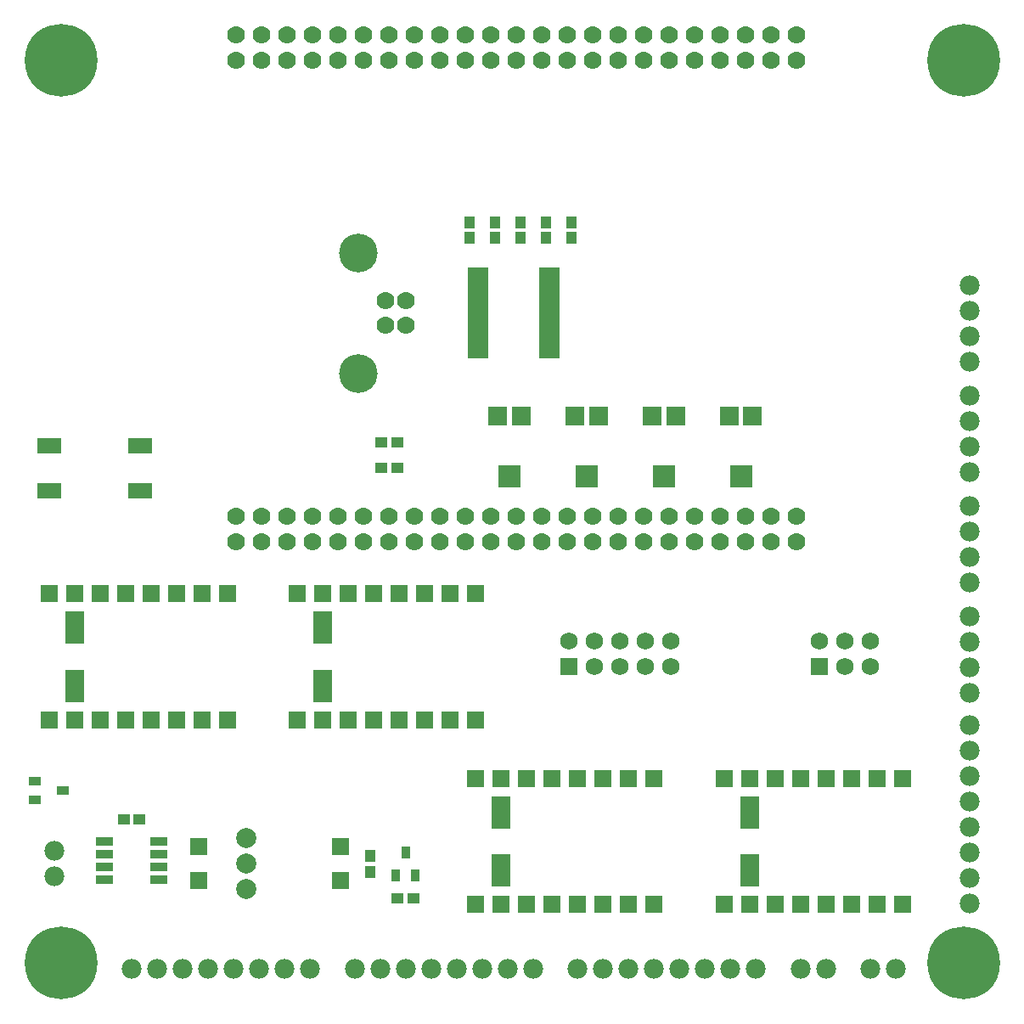
<source format=gts>
*
*
G04 PADS 9.5 Build Number: 522968 generated Gerber (RS-274-X) file*
G04 PC Version=2.1*
*
%IN "DriverBoardRev2.pcb"*%
*
%MOIN*%
*
%FSLAX35Y35*%
*
*
*
*
G04 PC Standard Apertures*
*
*
G04 Thermal Relief Aperture macro.*
%AMTER*
1,1,$1,0,0*
1,0,$1-$2,0,0*
21,0,$3,$4,0,0,45*
21,0,$3,$4,0,0,135*
%
*
*
G04 Annular Aperture macro.*
%AMANN*
1,1,$1,0,0*
1,0,$2,0,0*
%
*
*
G04 Odd Aperture macro.*
%AMODD*
1,1,$1,0,0*
1,0,$1-0.005,0,0*
%
*
*
G04 PC Custom Aperture Macros*
*
*
*
*
*
*
G04 PC Aperture Table*
*
%ADD010C,0.001*%
%ADD042R,0.048X0.04*%
%ADD048R,0.04X0.048*%
%ADD051C,0.07*%
%ADD053R,0.07X0.07*%
%ADD055C,0.15173*%
%ADD059R,0.08087X0.02772*%
%ADD148R,0.09268X0.06118*%
%ADD152R,0.07299X0.07299*%
%ADD153R,0.08874X0.08874*%
%ADD201C,0.0789*%
%ADD202C,0.078*%
%ADD204C,0.28559*%
%ADD205R,0.07102X0.03362*%
%ADD206R,0.03559X0.05134*%
%ADD208R,0.07496X0.12614*%
%ADD209R,0.05134X0.03756*%
%ADD211R,0.06906X0.06906*%
%ADD212C,0.06906*%
*
*
*
*
G04 PC Circuitry*
G04 Layer Name DriverBoardRev2.pcb - circuitry*
%LPD*%
*
*
G04 PC Custom Flashes*
G04 Layer Name DriverBoardRev2.pcb - flashes*
%LPD*%
*
*
G04 PC Circuitry*
G04 Layer Name DriverBoardRev2.pcb - circuitry*
%LPD*%
*
G54D10*
G54D42*
G01X152694Y39594D03*
X146494D03*
X140156Y218846D03*
X146356D03*
X140156Y208846D03*
X146356D03*
X38965Y70746D03*
X45165D03*
G54D48*
X214594Y305194D03*
Y298994D03*
X204594D03*
Y305194D03*
X194594Y298994D03*
Y305194D03*
X184594Y298994D03*
Y305194D03*
X174594Y298994D03*
Y305194D03*
X135844Y56444D03*
Y50244D03*
G54D51*
X149594Y264594D03*
Y274437D03*
X141720D03*
Y264594D03*
X83177Y368610D03*
Y378610D03*
X93177Y368610D03*
Y378610D03*
X103177Y368610D03*
Y378610D03*
X113177Y368610D03*
Y378610D03*
X123177Y368610D03*
Y378610D03*
X133177Y368610D03*
Y378610D03*
X143177Y368610D03*
Y378610D03*
X153177Y368610D03*
Y378610D03*
X163177Y368610D03*
Y378610D03*
X173177Y368610D03*
Y378610D03*
X183177Y368610D03*
Y378610D03*
X193177Y368610D03*
Y378610D03*
X203177Y368610D03*
Y378610D03*
X213177Y368610D03*
Y378610D03*
X223177Y368610D03*
Y378610D03*
X233177Y368610D03*
Y378610D03*
X243177Y368610D03*
Y378610D03*
X253177Y368610D03*
Y378610D03*
X263177Y368610D03*
Y378610D03*
X273177Y368610D03*
Y378610D03*
X283177Y368610D03*
Y378610D03*
X293177Y368610D03*
Y378610D03*
X303177Y368610D03*
Y378610D03*
X83177Y179634D03*
Y189634D03*
X93177Y179634D03*
Y189634D03*
X103177Y179634D03*
Y189634D03*
X113177Y179634D03*
Y189634D03*
X123177Y179634D03*
Y189634D03*
X133177Y179634D03*
Y189634D03*
X143177Y179634D03*
Y189634D03*
X153177Y179634D03*
Y189634D03*
X163177Y179634D03*
Y189634D03*
X173177Y179634D03*
Y189634D03*
X183177Y179634D03*
Y189634D03*
X193177Y179634D03*
Y189634D03*
X203177Y179634D03*
Y189634D03*
X213177Y179634D03*
Y189634D03*
X223177Y179634D03*
Y189634D03*
X233177Y179634D03*
Y189634D03*
X243177Y179634D03*
Y189634D03*
X253177Y179634D03*
Y189634D03*
X263177Y179634D03*
Y189634D03*
X273177Y179634D03*
Y189634D03*
X283177Y179634D03*
Y189634D03*
X293177Y179634D03*
Y189634D03*
X303177Y179634D03*
Y189634D03*
G54D53*
X124122Y60094D03*
Y46594D03*
X68344D03*
Y60094D03*
X274594Y37409D03*
X284594D03*
X294594D03*
X304594D03*
X314594D03*
X324594D03*
X334594D03*
X344594D03*
Y86780D03*
X334594D03*
X324594D03*
X314594D03*
X304594D03*
X294594D03*
X284594D03*
X274594D03*
X177094Y37409D03*
X187094D03*
X197094D03*
X207094D03*
X217094D03*
X227094D03*
X237094D03*
X247094D03*
Y86780D03*
X237094D03*
X227094D03*
X217094D03*
X207094D03*
X197094D03*
X187094D03*
X177094D03*
X107094Y109909D03*
X117094D03*
X127094D03*
X137094D03*
X147094D03*
X157094D03*
X167094D03*
X177094D03*
Y159280D03*
X167094D03*
X157094D03*
X147094D03*
X137094D03*
X127094D03*
X117094D03*
X107094D03*
X9594Y109909D03*
X19594D03*
X29594D03*
X39594D03*
X49594D03*
X59594D03*
X69594D03*
X79594D03*
Y159280D03*
X69594D03*
X59594D03*
X49594D03*
X39594D03*
X29594D03*
X19594D03*
X9594D03*
G54D55*
X131091Y293217D03*
Y245815D03*
G54D59*
X206071Y252961D03*
Y255520D03*
Y258079D03*
Y260638D03*
Y263197D03*
Y265756D03*
Y268315D03*
Y270874D03*
Y273433D03*
Y275992D03*
Y278551D03*
Y281110D03*
Y283669D03*
Y286228D03*
X178118D03*
Y283669D03*
Y281110D03*
Y278551D03*
Y275992D03*
Y273433D03*
Y270874D03*
Y268315D03*
Y265756D03*
Y263197D03*
Y260638D03*
Y258079D03*
Y255520D03*
Y252961D03*
G54D148*
X45421Y217390D03*
X9594D03*
X45421Y199594D03*
X9594D03*
G54D152*
X276646Y229004D03*
X285898D03*
X246409D03*
X255661D03*
X216173D03*
X225425D03*
X185917D03*
X195169D03*
G54D153*
X281272Y205382D03*
X251035D03*
X220799D03*
X190543D03*
G54D201*
X87114Y43295D03*
Y53295D03*
Y63295D03*
G54D202*
X371169Y250500D03*
Y260500D03*
Y270500D03*
Y280500D03*
Y207193D03*
Y217193D03*
Y227193D03*
Y237193D03*
Y163886D03*
Y173886D03*
Y183886D03*
Y193886D03*
Y120579D03*
Y130579D03*
Y140579D03*
Y150579D03*
Y37902D03*
Y47902D03*
Y57902D03*
Y67902D03*
Y77902D03*
Y87902D03*
Y97902D03*
Y107902D03*
X332094Y12094D03*
X342094D03*
X304594D03*
X314594D03*
X217094D03*
X227094D03*
X237094D03*
X247094D03*
X257094D03*
X267094D03*
X277094D03*
X287094D03*
X129594D03*
X139594D03*
X149594D03*
X159594D03*
X169594D03*
X179594D03*
X189594D03*
X199594D03*
X42094D03*
X52094D03*
X62094D03*
X72094D03*
X82094D03*
X92094D03*
X102094D03*
X112094D03*
X11819Y58344D03*
Y48344D03*
G54D204*
X368610Y368610D03*
Y14280D03*
X14280Y368610D03*
Y14280D03*
G54D205*
X52744Y47045D03*
Y52045D03*
Y57045D03*
Y62045D03*
X31484D03*
Y57045D03*
Y52045D03*
Y47045D03*
G54D206*
X145854Y48817D03*
X153335D03*
X149594Y57872D03*
G54D208*
X284594Y50677D03*
Y73512D03*
X187094Y50677D03*
Y73512D03*
X117094Y123177D03*
Y146012D03*
X19594Y123177D03*
Y146012D03*
G54D209*
X4102Y85785D03*
Y78305D03*
X15126Y82045D03*
G54D211*
X312075Y130657D03*
X213807D03*
G54D212*
X312075Y140657D03*
X322075Y130657D03*
Y140657D03*
X332075Y130657D03*
Y140657D03*
X213807D03*
X223807Y130657D03*
Y140657D03*
X233807Y130657D03*
Y140657D03*
X243807Y130657D03*
Y140657D03*
X253807Y130657D03*
Y140657D03*
X0Y0D02*
M02*

</source>
